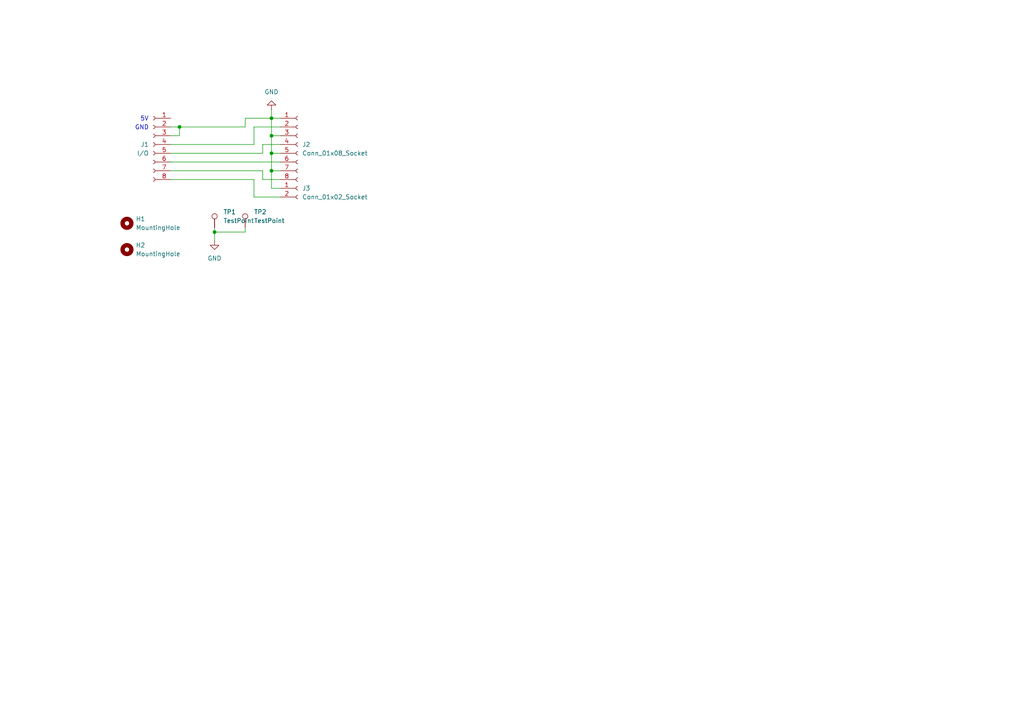
<source format=kicad_sch>
(kicad_sch (version 20231120) (generator "eeschema") (generator_version "8.0")
  (paper "A4")
  (lib_symbols
    (symbol "Connector:Conn_01x02_Socket" (pin_names (offset 1.016) hide)
      (property "Reference" "J" (at 0 2.54 0))
      (property "Value" "Conn_01x02_Socket" (at 0 -5.08 0))
      (symbol "Conn_01x02_Socket_1_1"
        (arc (start 0 -2.032) (mid -0.5058 -2.54) (end 0 -3.048) (stroke (width 0.1524)))
        (polyline (pts (xy -1.27 -2.54) (xy -0.508 -2.54)) (stroke (width 0.1524)))
        (polyline (pts (xy -1.27 0) (xy -0.508 0)) (stroke (width 0.1524)))
        (arc (start 0 0.508) (mid -0.5058 0) (end 0 -0.508) (stroke (width 0.1524)))
        (pin passive line (at -5.08 0 0) (length 3.81) (name "Pin_1") (number "1"))
        (pin passive line (at -5.08 -2.54 0) (length 3.81) (name "Pin_2") (number "2"))
      )
    )
    (symbol "Connector:Conn_01x08_Socket" (pin_names (offset 1.016) hide)
      (property "Reference" "J" (at 0 10.16 0))
      (property "Value" "Conn_01x08_Socket" (at 0 -12.7 0))
      (symbol "Conn_01x08_Socket_1_1"
        (arc (start 0 -9.652) (mid -0.5058 -10.16) (end 0 -10.668) (stroke (width 0.1524)))
        (arc (start 0 -7.112) (mid -0.5058 -7.62) (end 0 -8.128) (stroke (width 0.1524)))
        (arc (start 0 -4.572) (mid -0.5058 -5.08) (end 0 -5.588) (stroke (width 0.1524)))
        (arc (start 0 -2.032) (mid -0.5058 -2.54) (end 0 -3.048) (stroke (width 0.1524)))
        (polyline (pts (xy -1.27 -10.16) (xy -0.508 -10.16)) (stroke (width 0.1524)))
        (polyline (pts (xy -1.27 -7.62) (xy -0.508 -7.62)) (stroke (width 0.1524)))
        (polyline (pts (xy -1.27 -5.08) (xy -0.508 -5.08)) (stroke (width 0.1524)))
        (polyline (pts (xy -1.27 -2.54) (xy -0.508 -2.54)) (stroke (width 0.1524)))
        (polyline (pts (xy -1.27 0) (xy -0.508 0)) (stroke (width 0.1524)))
        (polyline (pts (xy -1.27 2.54) (xy -0.508 2.54)) (stroke (width 0.1524)))
        (polyline (pts (xy -1.27 5.08) (xy -0.508 5.08)) (stroke (width 0.1524)))
        (polyline (pts (xy -1.27 7.62) (xy -0.508 7.62)) (stroke (width 0.1524)))
        (arc (start 0 0.508) (mid -0.5058 0) (end 0 -0.508) (stroke (width 0.1524)))
        (arc (start 0 3.048) (mid -0.5058 2.54) (end 0 2.032) (stroke (width 0.1524)))
        (arc (start 0 5.588) (mid -0.5058 5.08) (end 0 4.572) (stroke (width 0.1524)))
        (arc (start 0 8.128) (mid -0.5058 7.62) (end 0 7.112) (stroke (width 0.1524)))
        (pin passive line (at -5.08 7.62 0) (length 3.81) (name "Pin_1") (number "1"))
        (pin passive line (at -5.08 5.08 0) (length 3.81) (name "Pin_2") (number "2"))
        (pin passive line (at -5.08 2.54 0) (length 3.81) (name "Pin_3") (number "3"))
        (pin passive line (at -5.08 0 0) (length 3.81) (name "Pin_4") (number "4"))
        (pin passive line (at -5.08 -2.54 0) (length 3.81) (name "Pin_5") (number "5"))
        (pin passive line (at -5.08 -5.08 0) (length 3.81) (name "Pin_6") (number "6"))
        (pin passive line (at -5.08 -7.62 0) (length 3.81) (name "Pin_7") (number "7"))
        (pin passive line (at -5.08 -10.16 0) (length 3.81) (name "Pin_8") (number "8"))
      )
    )
    (symbol "Connector:TestPoint" (pin_numbers hide) (pin_names (offset 0.762) hide)
      (property "Reference" "TP" (at 0 6.858 0))
      (property "Value" "TestPoint" (at 0 5.08 0))
      (symbol "TestPoint_0_1"
        (circle (center 0 3.302) (radius 0.762))
      )
      (symbol "TestPoint_1_1"
        (pin passive line (at 0 0 90) (length 2.54) (name "1") (number "1"))
      )
    )
    (symbol "Mechanical:MountingHole" (pin_names (offset 1.016)) (exclude_from_sim yes) (in_bom no)
      (property "Reference" "H" (at 0 5.08 0))
      (property "Value" "MountingHole" (at 0 3.175 0))
      (symbol "MountingHole_0_1"
        (circle (center 0 0) (radius 1.27) (stroke (width 1.27)))
      )
    )
    (symbol "power:GND" (power) (pin_numbers hide) (pin_names (offset 0) hide)
      (property "Value" "GND" (at 0 -3.81 0))
      (symbol "GND_0_1"
        (polyline (pts (xy 0 0) (xy 0 -1.27) (xy 1.27 -1.27) (xy 0 -2.54) (xy -1.27 -1.27) (xy 0 -1.27)))
      )
      (symbol "GND_1_1"
        (pin power_in line (at 0 0 270) (length 0) (name "~") (number "1"))
      )
    )
  )
  (junction (at 62.23 67.31))
  (junction (at 78.74 49.53))
  (junction (at 78.74 44.45))
  (junction (at 52.07 36.83))
  (junction (at 78.74 34.29))
  (junction (at 78.74 39.37))
  (wire (pts (xy 49.53 36.83) (xy 52.07 36.83)))
  (wire (pts (xy 76.2 44.45) (xy 49.53 44.45)))
  (wire (pts (xy 52.07 36.83) (xy 71.12 36.83)))
  (wire (pts (xy 62.23 66.04) (xy 62.23 67.31)))
  (wire (pts (xy 78.74 31.75) (xy 78.74 34.29)))
  (wire (pts (xy 78.74 44.45) (xy 78.74 49.53)))
  (wire (pts (xy 76.2 52.07) (xy 76.2 49.53)))
  (wire (pts (xy 81.28 44.45) (xy 78.74 44.45)))
  (wire (pts (xy 73.66 57.15) (xy 81.28 57.15)))
  (wire (pts (xy 76.2 52.07) (xy 81.28 52.07)))
  (wire (pts (xy 78.74 39.37) (xy 78.74 44.45)))
  (wire (pts (xy 73.66 36.83) (xy 73.66 41.91)))
  (wire (pts (xy 71.12 66.04) (xy 71.12 67.31)))
  (wire (pts (xy 62.23 67.31) (xy 62.23 69.85)))
  (wire (pts (xy 49.53 39.37) (xy 52.07 39.37)))
  (wire (pts (xy 78.74 49.53) (xy 81.28 49.53)))
  (wire (pts (xy 71.12 67.31) (xy 62.23 67.31)))
  (wire (pts (xy 76.2 49.53) (xy 49.53 49.53)))
  (wire (pts (xy 49.53 46.99) (xy 81.28 46.99)))
  (wire (pts (xy 78.74 49.53) (xy 78.74 54.61)))
  (wire (pts (xy 71.12 34.29) (xy 78.74 34.29)))
  (wire (pts (xy 78.74 34.29) (xy 81.28 34.29)))
  (wire (pts (xy 81.28 39.37) (xy 78.74 39.37)))
  (wire (pts (xy 73.66 52.07) (xy 73.66 57.15)))
  (wire (pts (xy 73.66 41.91) (xy 49.53 41.91)))
  (wire (pts (xy 78.74 39.37) (xy 78.74 34.29)))
  (wire (pts (xy 76.2 41.91) (xy 76.2 44.45)))
  (wire (pts (xy 81.28 41.91) (xy 76.2 41.91)))
  (wire (pts (xy 81.28 36.83) (xy 73.66 36.83)))
  (wire (pts (xy 71.12 36.83) (xy 71.12 34.29)))
  (wire (pts (xy 81.28 54.61) (xy 78.74 54.61)))
  (wire (pts (xy 52.07 39.37) (xy 52.07 36.83)))
  (wire (pts (xy 49.53 52.07) (xy 73.66 52.07)))
  (text "GND\n" (at 41.148 37.084 0) (effects (font (size 1.27 1.27))))
  (text "5V" (at 41.91 34.544 0) (effects (font (size 1.27 1.27))))
  (symbol (lib_id "Connector:Conn_01x08_Socket") (at 44.45 41.91 0) (mirror y) (unit 1)
    (property "Reference" "J1" (at 43.18 41.9099 0) (effects (justify left)))
    (property "Value" "I/O" (at 43.18 44.4499 0) (effects (justify left)))
    (property "Footprint" "molex_custom:Molex_2200301081" (effects (hide yes)))
    (property "Description" "Generic connector, single row, 01x08, script generated" (effects (hide yes)))
  )
  (symbol (lib_id "Connector:Conn_01x02_Socket") (at 86.36 54.61 0) (unit 1)
    (property "Reference" "J3" (at 87.63 54.6099 0) (effects (justify left)))
    (property "Value" "Conn_01x02_Socket" (at 87.63 57.1499 0) (effects (justify left)))
    (property "Footprint" "terminal_custom:CONN_TB006-508-02_CUD" (effects (hide yes)))
    (property "Description" "Generic connector, single row, 01x02, script generated" (effects (hide yes)))
  )
  (symbol (lib_id "Mechanical:MountingHole") (at 36.83 72.39 0) (unit 1) (exclude_from_sim yes) (in_bom no)
    (property "Reference" "H2" (at 39.37 71.1199 0) (effects (justify left)))
    (property "Value" "MountingHole" (at 39.37 73.6599 0) (effects (justify left)))
    (property "Footprint" "MountingHole:MountingHole_2.2mm_M2" (effects (hide yes)))
    (property "Description" "Mounting Hole without connection" (effects (hide yes)))
  )
  (symbol (lib_id "power:GND") (at 78.74 31.75 0) (mirror x) (unit 1)
    (property "Reference" "#PWR01" (effects (hide yes)))
    (property "Value" "GND" (at 78.74 26.67 0))
    (property "Description" "Power symbol creates a global label with name \"GND\" , ground" (effects (hide yes)))
  )
  (symbol (lib_id "Connector:TestPoint") (at 62.23 66.04 0) (unit 1)
    (property "Reference" "TP1" (at 64.77 61.4679 0) (effects (justify left)))
    (property "Value" "TestPoint" (at 64.77 64.0079 0) (effects (justify left)))
    (property "Footprint" "TestPoint:TestPoint_Pad_D1.5mm" (effects (hide yes)))
    (property "Description" "test point" (effects (hide yes)))
  )
  (symbol (lib_id "Mechanical:MountingHole") (at 36.83 64.77 0) (unit 1) (exclude_from_sim yes) (in_bom no)
    (property "Reference" "H1" (at 39.37 63.4999 0) (effects (justify left)))
    (property "Value" "MountingHole" (at 39.37 66.0399 0) (effects (justify left)))
    (property "Footprint" "MountingHole:MountingHole_2.2mm_M2" (effects (hide yes)))
    (property "Description" "Mounting Hole without connection" (effects (hide yes)))
  )
  (symbol (lib_id "power:GND") (at 62.23 69.85 0) (mirror y) (unit 1)
    (property "Reference" "#PWR02" (effects (hide yes)))
    (property "Value" "GND" (at 62.23 74.93 0))
    (property "Description" "Power symbol creates a global label with name \"GND\" , ground" (effects (hide yes)))
  )
  (symbol (lib_id "Connector:TestPoint") (at 71.12 66.04 0) (unit 1)
    (property "Reference" "TP2" (at 73.66 61.4679 0) (effects (justify left)))
    (property "Value" "TestPoint" (at 73.66 64.0079 0) (effects (justify left)))
    (property "Footprint" "TestPoint:TestPoint_Pad_D1.5mm" (effects (hide yes)))
    (property "Description" "test point" (effects (hide yes)))
  )
  (symbol (lib_id "Connector:Conn_01x08_Socket") (at 86.36 41.91 0) (unit 1)
    (property "Reference" "J2" (at 87.63 41.9099 0) (effects (justify left)))
    (property "Value" "Conn_01x08_Socket" (at 87.63 44.4499 0) (effects (justify left)))
    (property "Footprint" "TB006_508_08BE:CUI_TB006-508-08BE" (effects (hide yes)))
    (property "Description" "Generic connector, single row, 01x08, script generated" (effects (hide yes)))
  )
)
</source>
